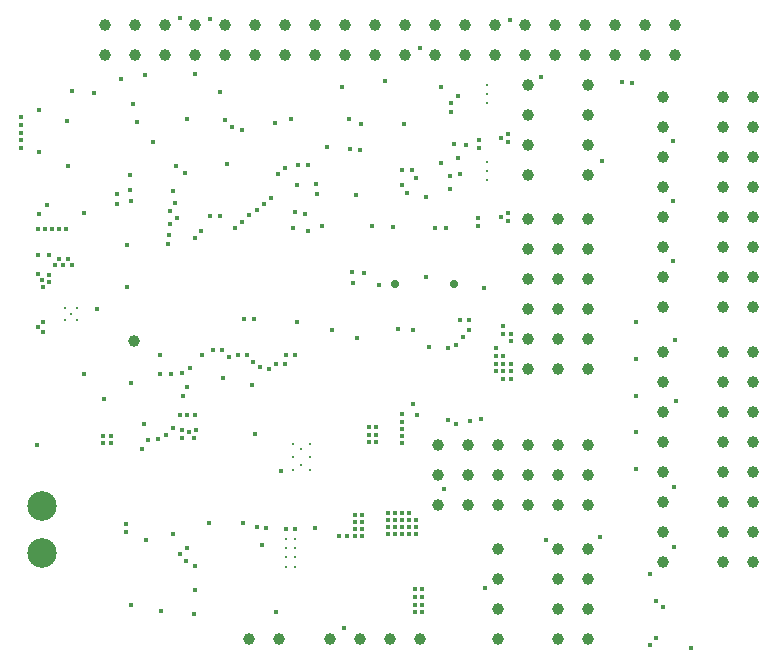
<source format=gbr>
%TF.GenerationSoftware,KiCad,Pcbnew,5.1.5-52549c5~84~ubuntu16.04.1*%
%TF.CreationDate,2020-01-09T13:47:49+01:00*%
%TF.ProjectId,Hedgehog,48656467-6568-46f6-972e-6b696361645f,1.0*%
%TF.SameCoordinates,PX7270e00PY47868c0*%
%TF.FileFunction,Plated,1,4,PTH,Drill*%
%TF.FilePolarity,Positive*%
%FSLAX46Y46*%
G04 Gerber Fmt 4.6, Leading zero omitted, Abs format (unit mm)*
G04 Created by KiCad (PCBNEW 5.1.5-52549c5~84~ubuntu16.04.1) date 2020-01-09 13:47:49*
%MOMM*%
%LPD*%
G04 APERTURE LIST*
%TA.AperFunction,ViaDrill*%
%ADD10C,0.300000*%
%TD*%
%TA.AperFunction,ComponentDrill*%
%ADD11C,0.300000*%
%TD*%
%TA.AperFunction,ViaDrill*%
%ADD12C,0.400000*%
%TD*%
%TA.AperFunction,ComponentDrill*%
%ADD13C,0.700000*%
%TD*%
%TA.AperFunction,ComponentDrill*%
%ADD14C,1.000000*%
%TD*%
%TA.AperFunction,ComponentDrill*%
%ADD15C,2.500000*%
%TD*%
G04 APERTURE END LIST*
D10*
X25000000Y-38150000D03*
X25000000Y-39450000D03*
D11*
%TO.C,U30*%
X4975001Y-26175001D03*
X4975001Y-27175001D03*
X5475001Y-26675001D03*
X5975001Y-26175001D03*
X5975001Y-27175001D03*
%TO.C,U20*%
X24300000Y-37700000D03*
X24300000Y-38800000D03*
X24300000Y-39900000D03*
X25700000Y-37700000D03*
X25700000Y-38800000D03*
X25700000Y-39900000D03*
%TO.C,U10*%
X23700000Y-45700000D03*
X23700000Y-46500000D03*
X23700000Y-47300000D03*
X23700000Y-48100000D03*
X24500000Y-45700000D03*
X24500000Y-46500000D03*
X24500000Y-47300000D03*
X24500000Y-48100000D03*
%TO.C,U45*%
X40700000Y-7300000D03*
X40700000Y-8050000D03*
X40700000Y-8800000D03*
%TO.C,U44*%
X40700000Y-13850000D03*
X40700000Y-14600000D03*
X40700000Y-15350000D03*
%TD*%
D12*
X1249996Y-10700000D03*
X1250000Y-10050000D03*
X1250000Y-11350000D03*
X1250000Y-12000000D03*
X1250000Y-12650000D03*
X2650000Y-37800000D03*
X2700000Y-19500000D03*
X2700000Y-21700000D03*
X2700000Y-23300000D03*
X2700000Y-27800000D03*
X2750000Y-9400000D03*
X2750000Y-13000000D03*
X2800000Y-18200000D03*
X3050000Y-23800000D03*
X3150000Y-24400000D03*
X3150000Y-27400000D03*
X3150000Y-28200000D03*
X3300000Y-19500000D03*
X3500000Y-17450000D03*
X3650000Y-21700000D03*
X3650000Y-23350000D03*
X3650000Y-23950000D03*
X3900000Y-19500000D03*
X4150000Y-22550000D03*
X4500000Y-19500000D03*
X4500000Y-22050000D03*
X4850000Y-22550000D03*
X5100000Y-19500000D03*
X5150000Y-10350000D03*
X5250000Y-14200000D03*
X5250000Y-22050000D03*
X5600000Y-7850000D03*
X5600000Y-22550000D03*
X6600000Y-18150000D03*
X6600000Y-31800000D03*
X7475000Y-7950000D03*
X7658845Y-26279819D03*
X8200000Y-37000000D03*
X8200000Y-37650000D03*
X8300000Y-33900000D03*
X8850000Y-37000000D03*
X8850000Y-37650000D03*
X9350000Y-17400000D03*
X9400000Y-16500000D03*
X9750000Y-6800000D03*
X10150000Y-44450000D03*
X10150000Y-45150000D03*
X10200000Y-20850000D03*
X10200000Y-24400000D03*
X10500000Y-14950000D03*
X10500000Y-16200000D03*
X10550000Y-51300000D03*
X10600000Y-17100000D03*
X10600000Y-32500000D03*
X10750000Y-8950000D03*
X11050000Y-10400000D03*
X11500000Y-38100000D03*
X11700000Y-36000000D03*
X11786084Y-6463916D03*
X11850000Y-45850000D03*
X12050000Y-37350000D03*
X12400000Y-12150000D03*
X12850000Y-37300000D03*
X13000000Y-31800000D03*
X13050000Y-30200000D03*
X13100000Y-51800000D03*
X13550000Y-36900000D03*
X13699733Y-20761522D03*
X13751838Y-20013322D03*
X13850000Y-19100000D03*
X13892528Y-18000000D03*
X14000000Y-31750000D03*
X14100000Y-16250000D03*
X14100000Y-36350000D03*
X14150000Y-45350000D03*
X14300000Y-17300000D03*
X14400000Y-14200000D03*
X14450000Y-18550000D03*
X14700000Y-35250000D03*
X14700000Y-47050000D03*
X14750000Y-1600000D03*
X14850000Y-36500000D03*
X14850000Y-37150000D03*
X14900000Y-31700000D03*
X14950000Y-33600000D03*
X15150000Y-14750000D03*
X15250000Y-47600000D03*
X15300000Y-10150000D03*
X15300000Y-32900000D03*
X15300000Y-46500000D03*
X15350000Y-35250000D03*
X15450000Y-36700000D03*
X15550000Y-31300000D03*
X15900000Y-37150000D03*
X15900000Y-52100000D03*
X15950000Y-20250000D03*
X15950000Y-48050000D03*
X15950000Y-50050000D03*
X16000000Y-6400000D03*
X16000000Y-35250000D03*
X16050000Y-36500000D03*
X16500000Y-19700000D03*
X16550000Y-30200000D03*
X17200000Y-44400000D03*
X17225001Y-18425000D03*
X17250000Y-1700000D03*
X17550000Y-29750000D03*
X18100000Y-18375002D03*
X18150000Y-7900000D03*
X18300000Y-29750000D03*
X18400000Y-32150000D03*
X18500000Y-10300000D03*
X18700000Y-13950000D03*
X18861882Y-30325500D03*
X19100000Y-10900000D03*
X19400000Y-19450000D03*
X19601894Y-30203436D03*
X19950000Y-11100000D03*
X20000000Y-18900000D03*
X20050000Y-44400000D03*
X20100000Y-27100000D03*
X20400000Y-30200000D03*
X20600000Y-18350000D03*
X20846103Y-32716224D03*
X20926466Y-30734182D03*
X21008617Y-27083047D03*
X21100000Y-36850000D03*
X21200000Y-17850000D03*
X21200000Y-44700000D03*
X21517654Y-31195717D03*
X21700000Y-46250000D03*
X21800000Y-17350000D03*
X22000000Y-44800000D03*
X22244541Y-31380520D03*
X22400000Y-16850000D03*
X22800000Y-10550000D03*
X22850000Y-51900000D03*
X22860922Y-30953211D03*
X23000000Y-14850000D03*
X23300000Y-40000000D03*
X23600000Y-14300000D03*
X23608757Y-30896109D03*
X23654795Y-30147512D03*
X23700000Y-44900000D03*
X24100000Y-10200000D03*
X24250000Y-19400000D03*
X24450000Y-18050000D03*
X24450000Y-30150000D03*
X24500000Y-44900000D03*
X24650000Y-15750000D03*
X24665280Y-27359938D03*
X24700000Y-14050000D03*
X25300000Y-18200000D03*
X25550000Y-19700000D03*
X25600000Y-14050000D03*
X26150000Y-44850000D03*
X26273398Y-15726766D03*
X26300000Y-16500000D03*
X26750000Y-19250000D03*
X27200000Y-12550000D03*
X27564551Y-28025010D03*
X28200000Y-45500000D03*
X28400000Y-7450000D03*
X28600000Y-53300000D03*
X28850000Y-45500000D03*
X29000000Y-10200000D03*
X29100000Y-12750000D03*
X29250000Y-23100000D03*
X29350000Y-24050000D03*
X29500000Y-43700000D03*
X29500000Y-44300000D03*
X29500000Y-44900000D03*
X29500000Y-45500000D03*
X29650000Y-16650000D03*
X29750000Y-28700000D03*
X29951491Y-12826491D03*
X30050000Y-10600000D03*
X30150000Y-43700000D03*
X30150000Y-44300000D03*
X30150000Y-44900000D03*
X30150000Y-45500000D03*
X30300000Y-23250000D03*
X30700000Y-36250000D03*
X30700000Y-36900000D03*
X30700000Y-37550000D03*
X31000000Y-19243932D03*
X31350000Y-36250000D03*
X31350000Y-36900000D03*
X31350000Y-37550000D03*
X31600000Y-24250000D03*
X32050000Y-7000000D03*
X32300000Y-43500000D03*
X32300000Y-44100000D03*
X32300000Y-44700000D03*
X32300000Y-45300000D03*
X32750000Y-19350000D03*
X32900000Y-43500000D03*
X32900000Y-44100000D03*
X32900000Y-44700000D03*
X32900000Y-45300000D03*
X33150000Y-28000000D03*
X33500000Y-15750000D03*
X33500000Y-43500000D03*
X33500000Y-44100000D03*
X33500000Y-44700000D03*
X33500000Y-45300000D03*
X33550000Y-14500000D03*
X33550000Y-35200000D03*
X33550000Y-35800000D03*
X33550000Y-36400000D03*
X33550000Y-37000000D03*
X33550000Y-37600000D03*
X33650000Y-10575000D03*
X33900000Y-16450000D03*
X34100000Y-43500000D03*
X34100000Y-44100000D03*
X34100000Y-44700000D03*
X34100000Y-45300000D03*
X34350000Y-14500000D03*
X34450000Y-28050000D03*
X34450000Y-34350000D03*
X34600000Y-50000000D03*
X34600000Y-50650000D03*
X34600000Y-51300000D03*
X34600000Y-51950000D03*
X34700000Y-15200000D03*
X34700000Y-44100000D03*
X34700000Y-44700000D03*
X34700000Y-45300000D03*
X34750000Y-35250000D03*
X35050000Y-4150000D03*
X35250000Y-50000000D03*
X35250000Y-50650000D03*
X35250000Y-51300000D03*
X35250000Y-51950000D03*
X35550000Y-16750000D03*
X35550000Y-23550000D03*
X35800000Y-29500000D03*
X36350000Y-19450000D03*
X36800000Y-7450000D03*
X36800000Y-13900000D03*
X37100000Y-41550000D03*
X37274998Y-19450000D03*
X37400000Y-29600000D03*
X37400000Y-35700000D03*
X37567618Y-15017618D03*
X37601859Y-16099196D03*
X37642478Y-8802207D03*
X37700000Y-9550000D03*
X37944910Y-12275000D03*
X38100000Y-29300000D03*
X38100000Y-36000000D03*
X38250000Y-8250000D03*
X38300000Y-13500000D03*
X38400000Y-27200000D03*
X38450000Y-14800000D03*
X38650000Y-28650000D03*
X38900000Y-12400000D03*
X39200000Y-27200000D03*
X39200000Y-28050000D03*
X39300000Y-35750000D03*
X39950000Y-18550000D03*
X39950000Y-19200000D03*
X40050000Y-11950000D03*
X40050000Y-12600000D03*
X40233295Y-35616705D03*
X40450000Y-24500000D03*
X40550000Y-49900000D03*
X41450000Y-29600000D03*
X41450000Y-30250000D03*
X41450000Y-30900000D03*
X41450000Y-31550000D03*
X41900000Y-11750000D03*
X41900000Y-18450000D03*
X42100000Y-27700000D03*
X42100000Y-28350000D03*
X42100000Y-30250000D03*
X42100000Y-30900000D03*
X42100000Y-31550000D03*
X42100000Y-32200000D03*
X42500000Y-11450000D03*
X42500000Y-12100000D03*
X42500000Y-18129999D03*
X42500000Y-18800000D03*
X42650000Y-1800000D03*
X42750000Y-28350000D03*
X42750000Y-29000000D03*
X42750000Y-30900000D03*
X42750000Y-31550000D03*
X42750000Y-32200000D03*
X45300000Y-6600000D03*
X45700000Y-45800000D03*
X50300000Y-45600000D03*
X50450000Y-13750000D03*
X52150000Y-7050000D03*
X53000000Y-7100000D03*
X53300000Y-27400000D03*
X53300000Y-30500000D03*
X53300000Y-33600000D03*
X53300000Y-36700000D03*
X53300000Y-39800000D03*
X54550000Y-48700000D03*
X54550000Y-54700000D03*
X55050000Y-50950000D03*
X55050000Y-54100000D03*
X55650000Y-51500000D03*
X56450000Y-22200000D03*
X56500000Y-12050000D03*
X56500000Y-17150000D03*
X56550000Y-41350000D03*
X56550000Y-46450000D03*
X56600000Y-28900000D03*
X56700000Y-34100000D03*
X58000000Y-54950000D03*
D13*
%TO.C,U46*%
X32950000Y-24150000D03*
X37950000Y-24150000D03*
D14*
%TO.C,J49*%
X55620000Y-29890000D03*
X55620000Y-32430000D03*
X55620000Y-34970000D03*
X55620000Y-37510000D03*
X55620000Y-40050000D03*
X55620000Y-42590000D03*
X55620000Y-45130000D03*
X55620000Y-47670000D03*
%TO.C,J2*%
X20550000Y-54250000D03*
X23090000Y-54250000D03*
%TO.C,J42*%
X49250000Y-46630000D03*
X49250000Y-49170000D03*
X49250000Y-51710000D03*
X49250000Y-54250000D03*
%TO.C,J41*%
X41630000Y-46630000D03*
X41630000Y-49170000D03*
X41630000Y-51710000D03*
X41630000Y-54250000D03*
%TO.C,J54*%
X44170000Y-7280000D03*
X44170000Y-9820000D03*
X44170000Y-12360000D03*
X44170000Y-14900000D03*
%TO.C,JP1*%
X10850000Y-29000000D03*
%TO.C,J40*%
X8370000Y-2230000D03*
X8370000Y-4770000D03*
X10910000Y-2230000D03*
X10910000Y-4770000D03*
X13450000Y-2230000D03*
X13450000Y-4770000D03*
X15990000Y-2230000D03*
X15990000Y-4770000D03*
X18530000Y-2230000D03*
X18530000Y-4770000D03*
X21070000Y-2230000D03*
X21070000Y-4770000D03*
X23610000Y-2230000D03*
X23610000Y-4770000D03*
X26150000Y-2230000D03*
X26150000Y-4770000D03*
X28690000Y-2230000D03*
X28690000Y-4770000D03*
X31230000Y-2230000D03*
X31230000Y-4770000D03*
X33770000Y-2230000D03*
X33770000Y-4770000D03*
X36310000Y-2230000D03*
X36310000Y-4770000D03*
X38850000Y-2230000D03*
X38850000Y-4770000D03*
X41390000Y-2230000D03*
X41390000Y-4770000D03*
X43930000Y-2230000D03*
X43930000Y-4770000D03*
X46470000Y-2230000D03*
X46470000Y-4770000D03*
X49010000Y-2230000D03*
X49010000Y-4770000D03*
X51550000Y-2230000D03*
X51550000Y-4770000D03*
X54090000Y-2230000D03*
X54090000Y-4770000D03*
X56630000Y-2230000D03*
X56630000Y-4770000D03*
%TO.C,J55*%
X49250000Y-7280000D03*
X49250000Y-9820000D03*
X49250000Y-12360000D03*
X49250000Y-14900000D03*
%TO.C,J47*%
X36550000Y-42840000D03*
X39090000Y-42840000D03*
X41630000Y-42840000D03*
X44170000Y-42840000D03*
X46710000Y-42840000D03*
X49250000Y-42840000D03*
%TO.C,J46*%
X36550000Y-40300000D03*
X39090000Y-40300000D03*
X41630000Y-40300000D03*
X44170000Y-40300000D03*
X46710000Y-40300000D03*
X49250000Y-40300000D03*
%TO.C,J43*%
X27380000Y-54250000D03*
X29920000Y-54250000D03*
X32460000Y-54250000D03*
X35000000Y-54250000D03*
%TO.C,J51*%
X60700000Y-29890000D03*
X60700000Y-32430000D03*
X60700000Y-34970000D03*
X60700000Y-37510000D03*
X60700000Y-40050000D03*
X60700000Y-42590000D03*
X60700000Y-45130000D03*
X60700000Y-47670000D03*
X63240000Y-29890000D03*
X63240000Y-32430000D03*
X63240000Y-34970000D03*
X63240000Y-37510000D03*
X63240000Y-40050000D03*
X63240000Y-42590000D03*
X63240000Y-45130000D03*
X63240000Y-47670000D03*
%TO.C,J53*%
X46710000Y-18680000D03*
X46710000Y-21220000D03*
X46710000Y-23760000D03*
X46710000Y-26300000D03*
X46710000Y-28840000D03*
X46710000Y-31380000D03*
X49250000Y-18680000D03*
X49250000Y-21220000D03*
X49250000Y-23760000D03*
X49250000Y-26300000D03*
X49250000Y-28840000D03*
X49250000Y-31380000D03*
%TO.C,J52*%
X44170000Y-18680000D03*
X44170000Y-21220000D03*
X44170000Y-23760000D03*
X44170000Y-26300000D03*
X44170000Y-28840000D03*
X44170000Y-31380000D03*
%TO.C,J45*%
X36550000Y-37760000D03*
X39090000Y-37760000D03*
X41630000Y-37760000D03*
X44170000Y-37760000D03*
X46710000Y-37760000D03*
X49250000Y-37760000D03*
%TO.C,J44*%
X46710000Y-46630000D03*
X46710000Y-49170000D03*
X46710000Y-51710000D03*
X46710000Y-54250000D03*
%TO.C,J48*%
X55620000Y-8320000D03*
X55620000Y-10860000D03*
X55620000Y-13400000D03*
X55620000Y-15940000D03*
X55620000Y-18480000D03*
X55620000Y-21020000D03*
X55620000Y-23560000D03*
X55620000Y-26100000D03*
%TO.C,J50*%
X60700000Y-8320000D03*
X60700000Y-10860000D03*
X60700000Y-13400000D03*
X60700000Y-15940000D03*
X60700000Y-18480000D03*
X60700000Y-21020000D03*
X60700000Y-23560000D03*
X60700000Y-26100000D03*
X63240000Y-8320000D03*
X63240000Y-10860000D03*
X63240000Y-13400000D03*
X63240000Y-15940000D03*
X63240000Y-18480000D03*
X63240000Y-21020000D03*
X63240000Y-23560000D03*
X63240000Y-26100000D03*
D15*
%TO.C,J1*%
X3000000Y-42940000D03*
X3000000Y-46900000D03*
M02*

</source>
